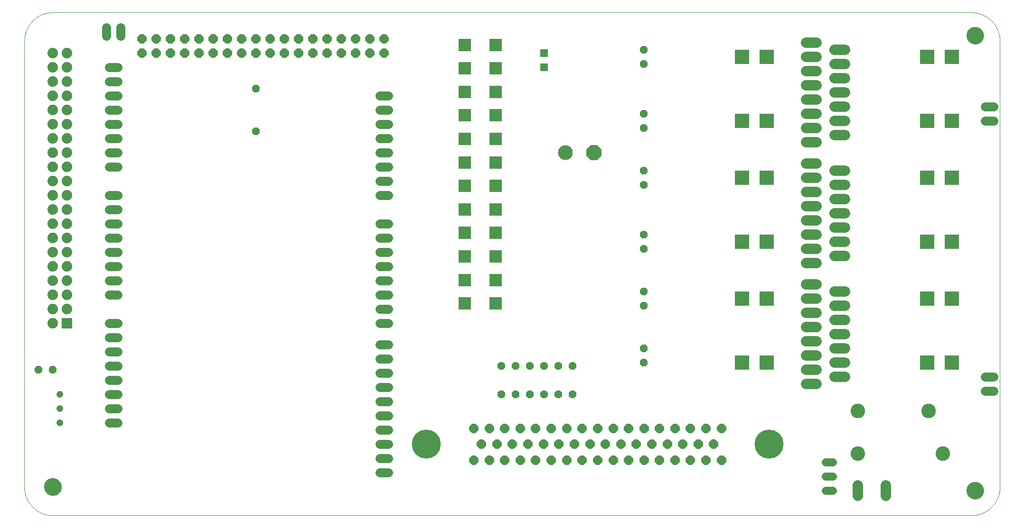
<source format=gbs>
G04 EAGLE Gerber RS-274X export*
G75*
%MOMM*%
%FSLAX34Y34*%
%LPD*%
%INBottom Soldermask*%
%IPPOS*%
%AMOC8*
5,1,8,0,0,1.08239X$1,22.5*%
G01*
%ADD10C,0.000000*%
%ADD11C,2.641600*%
%ADD12P,2.859241X8X22.500000*%
%ADD13P,1.539592X8X292.500000*%
%ADD14P,1.759533X8X22.500000*%
%ADD15C,5.181600*%
%ADD16C,1.892300*%
%ADD17C,1.625600*%
%ADD18P,1.759533X8X202.500000*%
%ADD19C,1.901600*%
%ADD20R,2.501600X2.501600*%
%ADD21P,1.539592X8X112.500000*%
%ADD22R,1.879600X1.879600*%
%ADD23C,1.879600*%
%ADD24C,2.601600*%
%ADD25C,1.422400*%
%ADD26C,3.101600*%
%ADD27C,3.401600*%
%ADD28R,2.201600X2.201600*%
%ADD29R,1.371600X1.371600*%
%ADD30C,1.219200*%
%ADD31P,1.539592X8X22.500000*%


D10*
X1688900Y898400D02*
X50800Y898400D01*
X49572Y898385D01*
X48346Y898341D01*
X47120Y898267D01*
X45897Y898163D01*
X44677Y898030D01*
X43460Y897867D01*
X42247Y897675D01*
X41040Y897454D01*
X39838Y897203D01*
X38643Y896924D01*
X37454Y896616D01*
X36274Y896279D01*
X35102Y895914D01*
X33939Y895520D01*
X32786Y895099D01*
X31644Y894650D01*
X30512Y894173D01*
X29393Y893669D01*
X28286Y893138D01*
X27192Y892581D01*
X26112Y891998D01*
X25046Y891388D01*
X23996Y890753D01*
X22961Y890093D01*
X21942Y889408D01*
X20941Y888698D01*
X19956Y887965D01*
X18990Y887207D01*
X18042Y886427D01*
X17113Y885624D01*
X16204Y884799D01*
X15316Y883952D01*
X14448Y883084D01*
X13601Y882196D01*
X12776Y881287D01*
X11973Y880358D01*
X11193Y879410D01*
X10435Y878444D01*
X9702Y877459D01*
X8992Y876458D01*
X8307Y875439D01*
X7647Y874404D01*
X7012Y873354D01*
X6402Y872288D01*
X5819Y871208D01*
X5262Y870114D01*
X4731Y869007D01*
X4227Y867888D01*
X3750Y866756D01*
X3301Y865614D01*
X2880Y864461D01*
X2486Y863298D01*
X2121Y862126D01*
X1784Y860946D01*
X1476Y859757D01*
X1197Y858562D01*
X946Y857360D01*
X725Y856153D01*
X533Y854940D01*
X370Y853723D01*
X237Y852503D01*
X133Y851280D01*
X59Y850054D01*
X15Y848828D01*
X0Y847600D01*
X0Y50800D01*
X15Y49572D01*
X59Y48346D01*
X133Y47120D01*
X237Y45897D01*
X370Y44677D01*
X533Y43460D01*
X725Y42247D01*
X946Y41040D01*
X1197Y39838D01*
X1476Y38643D01*
X1784Y37454D01*
X2121Y36274D01*
X2486Y35102D01*
X2880Y33939D01*
X3301Y32786D01*
X3750Y31644D01*
X4227Y30512D01*
X4731Y29393D01*
X5262Y28286D01*
X5819Y27192D01*
X6402Y26112D01*
X7012Y25046D01*
X7647Y23996D01*
X8307Y22961D01*
X8992Y21942D01*
X9702Y20941D01*
X10435Y19956D01*
X11193Y18990D01*
X11973Y18042D01*
X12776Y17113D01*
X13601Y16204D01*
X14448Y15316D01*
X15316Y14448D01*
X16204Y13601D01*
X17113Y12776D01*
X18042Y11973D01*
X18990Y11193D01*
X19956Y10435D01*
X20941Y9702D01*
X21942Y8992D01*
X22961Y8307D01*
X23996Y7647D01*
X25046Y7012D01*
X26112Y6402D01*
X27192Y5819D01*
X28286Y5262D01*
X29393Y4731D01*
X30512Y4227D01*
X31644Y3750D01*
X32786Y3301D01*
X33939Y2880D01*
X35102Y2486D01*
X36274Y2121D01*
X37454Y1784D01*
X38643Y1476D01*
X39838Y1197D01*
X41040Y946D01*
X42247Y725D01*
X43460Y533D01*
X44677Y370D01*
X45897Y237D01*
X47120Y133D01*
X48346Y59D01*
X49572Y15D01*
X50800Y0D01*
X1688900Y0D01*
X1690128Y15D01*
X1691354Y59D01*
X1692580Y133D01*
X1693803Y237D01*
X1695023Y370D01*
X1696240Y533D01*
X1697453Y725D01*
X1698660Y946D01*
X1699862Y1197D01*
X1701057Y1476D01*
X1702246Y1784D01*
X1703426Y2121D01*
X1704598Y2486D01*
X1705761Y2880D01*
X1706914Y3301D01*
X1708056Y3750D01*
X1709188Y4227D01*
X1710307Y4731D01*
X1711414Y5262D01*
X1712508Y5819D01*
X1713588Y6402D01*
X1714654Y7012D01*
X1715704Y7647D01*
X1716739Y8307D01*
X1717758Y8992D01*
X1718759Y9702D01*
X1719744Y10435D01*
X1720710Y11193D01*
X1721658Y11973D01*
X1722587Y12776D01*
X1723496Y13601D01*
X1724384Y14448D01*
X1725252Y15316D01*
X1726099Y16204D01*
X1726924Y17113D01*
X1727727Y18042D01*
X1728507Y18990D01*
X1729265Y19956D01*
X1729998Y20941D01*
X1730708Y21942D01*
X1731393Y22961D01*
X1732053Y23996D01*
X1732688Y25046D01*
X1733298Y26112D01*
X1733881Y27192D01*
X1734438Y28286D01*
X1734969Y29393D01*
X1735473Y30512D01*
X1735950Y31644D01*
X1736399Y32786D01*
X1736820Y33939D01*
X1737214Y35102D01*
X1737579Y36274D01*
X1737916Y37454D01*
X1738224Y38643D01*
X1738503Y39838D01*
X1738754Y41040D01*
X1738975Y42247D01*
X1739167Y43460D01*
X1739330Y44677D01*
X1739463Y45897D01*
X1739567Y47120D01*
X1739641Y48346D01*
X1739685Y49572D01*
X1739700Y50800D01*
X1739700Y847600D01*
X1739685Y848828D01*
X1739641Y850054D01*
X1739567Y851280D01*
X1739463Y852503D01*
X1739330Y853723D01*
X1739167Y854940D01*
X1738975Y856153D01*
X1738754Y857360D01*
X1738503Y858562D01*
X1738224Y859757D01*
X1737916Y860946D01*
X1737579Y862126D01*
X1737214Y863298D01*
X1736820Y864461D01*
X1736399Y865614D01*
X1735950Y866756D01*
X1735473Y867888D01*
X1734969Y869007D01*
X1734438Y870114D01*
X1733881Y871208D01*
X1733298Y872288D01*
X1732688Y873354D01*
X1732053Y874404D01*
X1731393Y875439D01*
X1730708Y876458D01*
X1729998Y877459D01*
X1729265Y878444D01*
X1728507Y879410D01*
X1727727Y880358D01*
X1726924Y881287D01*
X1726099Y882196D01*
X1725252Y883084D01*
X1724384Y883952D01*
X1723496Y884799D01*
X1722587Y885624D01*
X1721658Y886427D01*
X1720710Y887207D01*
X1719744Y887965D01*
X1718759Y888698D01*
X1717758Y889408D01*
X1716739Y890093D01*
X1715704Y890753D01*
X1714654Y891388D01*
X1713588Y891998D01*
X1712508Y892581D01*
X1711414Y893138D01*
X1710307Y893669D01*
X1709188Y894173D01*
X1708056Y894650D01*
X1706914Y895099D01*
X1705761Y895520D01*
X1704598Y895914D01*
X1703426Y896279D01*
X1702246Y896616D01*
X1701057Y896924D01*
X1699862Y897203D01*
X1698660Y897454D01*
X1697453Y897675D01*
X1696240Y897867D01*
X1695023Y898030D01*
X1693803Y898163D01*
X1692580Y898267D01*
X1691354Y898341D01*
X1690128Y898385D01*
X1688900Y898400D01*
D11*
X965200Y647700D03*
D12*
X1016000Y647700D03*
D13*
X977900Y266700D03*
X977900Y215900D03*
X952500Y266700D03*
X952500Y215900D03*
X927100Y266700D03*
X927100Y215900D03*
X876300Y266700D03*
X876300Y215900D03*
X901700Y266700D03*
X901700Y215900D03*
X850900Y266700D03*
X850900Y215900D03*
D14*
X801624Y98552D03*
X829056Y98552D03*
X856742Y98552D03*
X884428Y98552D03*
X911860Y98552D03*
X939546Y98552D03*
X967232Y98552D03*
X994664Y98552D03*
X1022350Y98552D03*
X1050036Y98552D03*
X1077468Y98552D03*
X1105154Y98552D03*
X815340Y127000D03*
X843026Y127000D03*
X870458Y127000D03*
X898144Y127000D03*
X925830Y127000D03*
X953262Y127000D03*
X980948Y127000D03*
X1008634Y127000D03*
X1036066Y127000D03*
X1063752Y127000D03*
X1091438Y127000D03*
X1132840Y98552D03*
X1160272Y98552D03*
X1187958Y98552D03*
X1215644Y98552D03*
X1118870Y127000D03*
X1146556Y127000D03*
X1174242Y127000D03*
X1201674Y127000D03*
X1243076Y98552D03*
X1229360Y127000D03*
X801624Y155448D03*
X829056Y155448D03*
X856742Y155448D03*
X884428Y155448D03*
X911860Y155448D03*
X939546Y155448D03*
X967232Y155448D03*
X994664Y155448D03*
X1022350Y155448D03*
X1050036Y155448D03*
X1077468Y155448D03*
X1105154Y155448D03*
X1132840Y155448D03*
X1160272Y155448D03*
X1187958Y155448D03*
X1215644Y155448D03*
X1243076Y155448D03*
D15*
X1327912Y127000D03*
X716788Y127000D03*
D16*
X1536300Y53404D02*
X1536300Y35497D01*
X1486300Y35497D02*
X1486300Y53404D01*
D17*
X166370Y215900D02*
X151130Y215900D01*
X151130Y241300D02*
X166370Y241300D01*
X166370Y266700D02*
X151130Y266700D01*
X151130Y292100D02*
X166370Y292100D01*
X166370Y317500D02*
X151130Y317500D01*
X151130Y342900D02*
X166370Y342900D01*
X166370Y393700D02*
X151130Y393700D01*
X151130Y419100D02*
X166370Y419100D01*
X166370Y444500D02*
X151130Y444500D01*
X151130Y469900D02*
X166370Y469900D01*
X166370Y495300D02*
X151130Y495300D01*
X151130Y520700D02*
X166370Y520700D01*
X166370Y546100D02*
X151130Y546100D01*
X151130Y571500D02*
X166370Y571500D01*
X166370Y622300D02*
X151130Y622300D01*
X151130Y647700D02*
X166370Y647700D01*
X166370Y673100D02*
X151130Y673100D01*
X151130Y698500D02*
X166370Y698500D01*
X166370Y723900D02*
X151130Y723900D01*
X151130Y749300D02*
X166370Y749300D01*
X166370Y774700D02*
X151130Y774700D01*
X151130Y800100D02*
X166370Y800100D01*
X633730Y749300D02*
X648970Y749300D01*
X648970Y723900D02*
X633730Y723900D01*
X633730Y698500D02*
X648970Y698500D01*
X648970Y673100D02*
X633730Y673100D01*
X633730Y647700D02*
X648970Y647700D01*
X648970Y622300D02*
X633730Y622300D01*
X633730Y596900D02*
X648970Y596900D01*
X648970Y571500D02*
X633730Y571500D01*
X633730Y520700D02*
X648970Y520700D01*
X648970Y495300D02*
X633730Y495300D01*
X633730Y469900D02*
X648970Y469900D01*
X648970Y444500D02*
X633730Y444500D01*
X633730Y419100D02*
X648970Y419100D01*
X648970Y393700D02*
X633730Y393700D01*
X633730Y368300D02*
X648970Y368300D01*
X648970Y342900D02*
X633730Y342900D01*
X633730Y304800D02*
X648970Y304800D01*
X648970Y279400D02*
X633730Y279400D01*
X633730Y254000D02*
X648970Y254000D01*
X648970Y228600D02*
X633730Y228600D01*
X633730Y203200D02*
X648970Y203200D01*
X648970Y177800D02*
X633730Y177800D01*
X633730Y152400D02*
X648970Y152400D01*
X648970Y127000D02*
X633730Y127000D01*
D18*
X641350Y825500D03*
X641350Y850900D03*
X615950Y825500D03*
X615950Y850900D03*
X590550Y825500D03*
X590550Y850900D03*
X565150Y825500D03*
X565150Y850900D03*
X539750Y825500D03*
X539750Y850900D03*
X514350Y825500D03*
X514350Y850900D03*
X488950Y825500D03*
X488950Y850900D03*
X463550Y825500D03*
X463550Y850900D03*
X438150Y825500D03*
X438150Y850900D03*
X412750Y825500D03*
X412750Y850900D03*
X387350Y825500D03*
X387350Y850900D03*
X361950Y825500D03*
X361950Y850900D03*
X336550Y825500D03*
X336550Y850900D03*
X311150Y825500D03*
X311150Y850900D03*
X285750Y825500D03*
X285750Y850900D03*
X260350Y825500D03*
X260350Y850900D03*
X234950Y825500D03*
X234950Y850900D03*
X209550Y825500D03*
X209550Y850900D03*
D17*
X633730Y101600D02*
X648970Y101600D01*
X648970Y76200D02*
X633730Y76200D01*
X166370Y165100D02*
X151130Y165100D01*
X151130Y190500D02*
X166370Y190500D01*
D19*
X1445150Y539750D02*
X1463150Y539750D01*
X1412350Y527050D02*
X1394350Y527050D01*
X1445150Y514350D02*
X1463150Y514350D01*
X1412350Y501650D02*
X1394350Y501650D01*
X1445150Y488950D02*
X1463150Y488950D01*
X1412350Y476250D02*
X1394350Y476250D01*
X1394350Y552450D02*
X1412350Y552450D01*
X1445150Y565150D02*
X1463150Y565150D01*
X1412350Y577850D02*
X1394350Y577850D01*
X1445150Y590550D02*
X1463150Y590550D01*
X1412350Y603250D02*
X1394350Y603250D01*
X1445150Y463550D02*
X1463150Y463550D01*
X1412350Y450850D02*
X1394350Y450850D01*
X1445150Y615950D02*
X1463150Y615950D01*
X1412350Y628650D02*
X1394350Y628650D01*
D20*
X1609950Y603250D03*
X1653950Y603250D03*
X1323750Y603250D03*
X1279750Y603250D03*
X1323750Y488950D03*
X1279750Y488950D03*
X1609950Y488950D03*
X1653950Y488950D03*
D13*
X1104900Y615950D03*
X1104900Y590550D03*
D21*
X1104900Y476250D03*
X1104900Y501650D03*
D19*
X1445150Y755650D02*
X1463150Y755650D01*
X1412350Y742950D02*
X1394350Y742950D01*
X1445150Y730250D02*
X1463150Y730250D01*
X1412350Y717550D02*
X1394350Y717550D01*
X1445150Y704850D02*
X1463150Y704850D01*
X1412350Y692150D02*
X1394350Y692150D01*
X1394350Y768350D02*
X1412350Y768350D01*
X1445150Y781050D02*
X1463150Y781050D01*
X1412350Y793750D02*
X1394350Y793750D01*
X1445150Y806450D02*
X1463150Y806450D01*
X1412350Y819150D02*
X1394350Y819150D01*
X1445150Y679450D02*
X1463150Y679450D01*
X1412350Y666750D02*
X1394350Y666750D01*
X1445150Y831850D02*
X1463150Y831850D01*
X1412350Y844550D02*
X1394350Y844550D01*
D20*
X1609950Y819150D03*
X1653950Y819150D03*
X1323750Y819150D03*
X1279750Y819150D03*
X1323750Y704850D03*
X1279750Y704850D03*
X1609950Y704850D03*
X1653950Y704850D03*
D13*
X1104900Y831850D03*
X1104900Y806450D03*
D21*
X1104900Y692150D03*
X1104900Y717550D03*
D19*
X1445150Y323850D02*
X1463150Y323850D01*
X1412350Y311150D02*
X1394350Y311150D01*
X1445150Y298450D02*
X1463150Y298450D01*
X1412350Y285750D02*
X1394350Y285750D01*
X1445150Y273050D02*
X1463150Y273050D01*
X1412350Y260350D02*
X1394350Y260350D01*
X1394350Y336550D02*
X1412350Y336550D01*
X1445150Y349250D02*
X1463150Y349250D01*
X1412350Y361950D02*
X1394350Y361950D01*
X1445150Y374650D02*
X1463150Y374650D01*
X1412350Y387350D02*
X1394350Y387350D01*
X1445150Y247650D02*
X1463150Y247650D01*
X1412350Y234950D02*
X1394350Y234950D01*
X1445150Y400050D02*
X1463150Y400050D01*
X1412350Y412750D02*
X1394350Y412750D01*
D20*
X1609950Y387350D03*
X1653950Y387350D03*
X1323750Y387350D03*
X1279750Y387350D03*
X1323750Y273050D03*
X1279750Y273050D03*
X1609950Y273050D03*
X1653950Y273050D03*
D13*
X1104900Y400050D03*
X1104900Y374650D03*
D21*
X1104900Y273050D03*
X1104900Y298450D03*
D22*
X76200Y342900D03*
D23*
X50800Y342900D03*
X76200Y368300D03*
X50800Y368300D03*
X76200Y393700D03*
X50800Y393700D03*
X76200Y419100D03*
X50800Y419100D03*
X76200Y444500D03*
X50800Y444500D03*
X76200Y469900D03*
X50800Y469900D03*
X76200Y495300D03*
X50800Y495300D03*
X76200Y520700D03*
X50800Y520700D03*
X76200Y546100D03*
X50800Y546100D03*
X76200Y571500D03*
X50800Y571500D03*
X76200Y596900D03*
X50800Y596900D03*
X76200Y622300D03*
X50800Y622300D03*
X76200Y647700D03*
X50800Y647700D03*
X76200Y673100D03*
X50800Y673100D03*
X76200Y698500D03*
X50800Y698500D03*
X76200Y723900D03*
X50800Y723900D03*
X76200Y749300D03*
X50800Y749300D03*
X76200Y774700D03*
X50800Y774700D03*
X76200Y800100D03*
X50800Y800100D03*
X76200Y825500D03*
X50800Y825500D03*
D24*
X1637600Y110790D03*
X1612400Y186390D03*
X1486800Y186390D03*
X1486800Y110790D03*
D25*
X1441704Y44450D02*
X1428496Y44450D01*
X1428496Y95250D02*
X1441704Y95250D01*
X1441704Y69850D02*
X1428496Y69850D01*
D13*
X412750Y762000D03*
X412750Y685800D03*
D10*
X1680450Y857250D02*
X1680455Y857618D01*
X1680468Y857986D01*
X1680491Y858353D01*
X1680522Y858720D01*
X1680563Y859086D01*
X1680612Y859451D01*
X1680671Y859814D01*
X1680738Y860176D01*
X1680814Y860537D01*
X1680900Y860895D01*
X1680993Y861251D01*
X1681096Y861604D01*
X1681207Y861955D01*
X1681327Y862303D01*
X1681455Y862648D01*
X1681592Y862990D01*
X1681737Y863329D01*
X1681890Y863663D01*
X1682052Y863994D01*
X1682221Y864321D01*
X1682399Y864643D01*
X1682584Y864962D01*
X1682777Y865275D01*
X1682978Y865584D01*
X1683186Y865887D01*
X1683402Y866185D01*
X1683625Y866478D01*
X1683855Y866766D01*
X1684092Y867048D01*
X1684336Y867323D01*
X1684586Y867593D01*
X1684843Y867857D01*
X1685107Y868114D01*
X1685377Y868364D01*
X1685652Y868608D01*
X1685934Y868845D01*
X1686222Y869075D01*
X1686515Y869298D01*
X1686813Y869514D01*
X1687116Y869722D01*
X1687425Y869923D01*
X1687738Y870116D01*
X1688057Y870301D01*
X1688379Y870479D01*
X1688706Y870648D01*
X1689037Y870810D01*
X1689371Y870963D01*
X1689710Y871108D01*
X1690052Y871245D01*
X1690397Y871373D01*
X1690745Y871493D01*
X1691096Y871604D01*
X1691449Y871707D01*
X1691805Y871800D01*
X1692163Y871886D01*
X1692524Y871962D01*
X1692886Y872029D01*
X1693249Y872088D01*
X1693614Y872137D01*
X1693980Y872178D01*
X1694347Y872209D01*
X1694714Y872232D01*
X1695082Y872245D01*
X1695450Y872250D01*
X1695818Y872245D01*
X1696186Y872232D01*
X1696553Y872209D01*
X1696920Y872178D01*
X1697286Y872137D01*
X1697651Y872088D01*
X1698014Y872029D01*
X1698376Y871962D01*
X1698737Y871886D01*
X1699095Y871800D01*
X1699451Y871707D01*
X1699804Y871604D01*
X1700155Y871493D01*
X1700503Y871373D01*
X1700848Y871245D01*
X1701190Y871108D01*
X1701529Y870963D01*
X1701863Y870810D01*
X1702194Y870648D01*
X1702521Y870479D01*
X1702843Y870301D01*
X1703162Y870116D01*
X1703475Y869923D01*
X1703784Y869722D01*
X1704087Y869514D01*
X1704385Y869298D01*
X1704678Y869075D01*
X1704966Y868845D01*
X1705248Y868608D01*
X1705523Y868364D01*
X1705793Y868114D01*
X1706057Y867857D01*
X1706314Y867593D01*
X1706564Y867323D01*
X1706808Y867048D01*
X1707045Y866766D01*
X1707275Y866478D01*
X1707498Y866185D01*
X1707714Y865887D01*
X1707922Y865584D01*
X1708123Y865275D01*
X1708316Y864962D01*
X1708501Y864643D01*
X1708679Y864321D01*
X1708848Y863994D01*
X1709010Y863663D01*
X1709163Y863329D01*
X1709308Y862990D01*
X1709445Y862648D01*
X1709573Y862303D01*
X1709693Y861955D01*
X1709804Y861604D01*
X1709907Y861251D01*
X1710000Y860895D01*
X1710086Y860537D01*
X1710162Y860176D01*
X1710229Y859814D01*
X1710288Y859451D01*
X1710337Y859086D01*
X1710378Y858720D01*
X1710409Y858353D01*
X1710432Y857986D01*
X1710445Y857618D01*
X1710450Y857250D01*
X1710445Y856882D01*
X1710432Y856514D01*
X1710409Y856147D01*
X1710378Y855780D01*
X1710337Y855414D01*
X1710288Y855049D01*
X1710229Y854686D01*
X1710162Y854324D01*
X1710086Y853963D01*
X1710000Y853605D01*
X1709907Y853249D01*
X1709804Y852896D01*
X1709693Y852545D01*
X1709573Y852197D01*
X1709445Y851852D01*
X1709308Y851510D01*
X1709163Y851171D01*
X1709010Y850837D01*
X1708848Y850506D01*
X1708679Y850179D01*
X1708501Y849857D01*
X1708316Y849538D01*
X1708123Y849225D01*
X1707922Y848916D01*
X1707714Y848613D01*
X1707498Y848315D01*
X1707275Y848022D01*
X1707045Y847734D01*
X1706808Y847452D01*
X1706564Y847177D01*
X1706314Y846907D01*
X1706057Y846643D01*
X1705793Y846386D01*
X1705523Y846136D01*
X1705248Y845892D01*
X1704966Y845655D01*
X1704678Y845425D01*
X1704385Y845202D01*
X1704087Y844986D01*
X1703784Y844778D01*
X1703475Y844577D01*
X1703162Y844384D01*
X1702843Y844199D01*
X1702521Y844021D01*
X1702194Y843852D01*
X1701863Y843690D01*
X1701529Y843537D01*
X1701190Y843392D01*
X1700848Y843255D01*
X1700503Y843127D01*
X1700155Y843007D01*
X1699804Y842896D01*
X1699451Y842793D01*
X1699095Y842700D01*
X1698737Y842614D01*
X1698376Y842538D01*
X1698014Y842471D01*
X1697651Y842412D01*
X1697286Y842363D01*
X1696920Y842322D01*
X1696553Y842291D01*
X1696186Y842268D01*
X1695818Y842255D01*
X1695450Y842250D01*
X1695082Y842255D01*
X1694714Y842268D01*
X1694347Y842291D01*
X1693980Y842322D01*
X1693614Y842363D01*
X1693249Y842412D01*
X1692886Y842471D01*
X1692524Y842538D01*
X1692163Y842614D01*
X1691805Y842700D01*
X1691449Y842793D01*
X1691096Y842896D01*
X1690745Y843007D01*
X1690397Y843127D01*
X1690052Y843255D01*
X1689710Y843392D01*
X1689371Y843537D01*
X1689037Y843690D01*
X1688706Y843852D01*
X1688379Y844021D01*
X1688057Y844199D01*
X1687738Y844384D01*
X1687425Y844577D01*
X1687116Y844778D01*
X1686813Y844986D01*
X1686515Y845202D01*
X1686222Y845425D01*
X1685934Y845655D01*
X1685652Y845892D01*
X1685377Y846136D01*
X1685107Y846386D01*
X1684843Y846643D01*
X1684586Y846907D01*
X1684336Y847177D01*
X1684092Y847452D01*
X1683855Y847734D01*
X1683625Y848022D01*
X1683402Y848315D01*
X1683186Y848613D01*
X1682978Y848916D01*
X1682777Y849225D01*
X1682584Y849538D01*
X1682399Y849857D01*
X1682221Y850179D01*
X1682052Y850506D01*
X1681890Y850837D01*
X1681737Y851171D01*
X1681592Y851510D01*
X1681455Y851852D01*
X1681327Y852197D01*
X1681207Y852545D01*
X1681096Y852896D01*
X1680993Y853249D01*
X1680900Y853605D01*
X1680814Y853963D01*
X1680738Y854324D01*
X1680671Y854686D01*
X1680612Y855049D01*
X1680563Y855414D01*
X1680522Y855780D01*
X1680491Y856147D01*
X1680468Y856514D01*
X1680455Y856882D01*
X1680450Y857250D01*
D26*
X1695450Y857250D03*
D10*
X1680450Y44450D02*
X1680455Y44818D01*
X1680468Y45186D01*
X1680491Y45553D01*
X1680522Y45920D01*
X1680563Y46286D01*
X1680612Y46651D01*
X1680671Y47014D01*
X1680738Y47376D01*
X1680814Y47737D01*
X1680900Y48095D01*
X1680993Y48451D01*
X1681096Y48804D01*
X1681207Y49155D01*
X1681327Y49503D01*
X1681455Y49848D01*
X1681592Y50190D01*
X1681737Y50529D01*
X1681890Y50863D01*
X1682052Y51194D01*
X1682221Y51521D01*
X1682399Y51843D01*
X1682584Y52162D01*
X1682777Y52475D01*
X1682978Y52784D01*
X1683186Y53087D01*
X1683402Y53385D01*
X1683625Y53678D01*
X1683855Y53966D01*
X1684092Y54248D01*
X1684336Y54523D01*
X1684586Y54793D01*
X1684843Y55057D01*
X1685107Y55314D01*
X1685377Y55564D01*
X1685652Y55808D01*
X1685934Y56045D01*
X1686222Y56275D01*
X1686515Y56498D01*
X1686813Y56714D01*
X1687116Y56922D01*
X1687425Y57123D01*
X1687738Y57316D01*
X1688057Y57501D01*
X1688379Y57679D01*
X1688706Y57848D01*
X1689037Y58010D01*
X1689371Y58163D01*
X1689710Y58308D01*
X1690052Y58445D01*
X1690397Y58573D01*
X1690745Y58693D01*
X1691096Y58804D01*
X1691449Y58907D01*
X1691805Y59000D01*
X1692163Y59086D01*
X1692524Y59162D01*
X1692886Y59229D01*
X1693249Y59288D01*
X1693614Y59337D01*
X1693980Y59378D01*
X1694347Y59409D01*
X1694714Y59432D01*
X1695082Y59445D01*
X1695450Y59450D01*
X1695818Y59445D01*
X1696186Y59432D01*
X1696553Y59409D01*
X1696920Y59378D01*
X1697286Y59337D01*
X1697651Y59288D01*
X1698014Y59229D01*
X1698376Y59162D01*
X1698737Y59086D01*
X1699095Y59000D01*
X1699451Y58907D01*
X1699804Y58804D01*
X1700155Y58693D01*
X1700503Y58573D01*
X1700848Y58445D01*
X1701190Y58308D01*
X1701529Y58163D01*
X1701863Y58010D01*
X1702194Y57848D01*
X1702521Y57679D01*
X1702843Y57501D01*
X1703162Y57316D01*
X1703475Y57123D01*
X1703784Y56922D01*
X1704087Y56714D01*
X1704385Y56498D01*
X1704678Y56275D01*
X1704966Y56045D01*
X1705248Y55808D01*
X1705523Y55564D01*
X1705793Y55314D01*
X1706057Y55057D01*
X1706314Y54793D01*
X1706564Y54523D01*
X1706808Y54248D01*
X1707045Y53966D01*
X1707275Y53678D01*
X1707498Y53385D01*
X1707714Y53087D01*
X1707922Y52784D01*
X1708123Y52475D01*
X1708316Y52162D01*
X1708501Y51843D01*
X1708679Y51521D01*
X1708848Y51194D01*
X1709010Y50863D01*
X1709163Y50529D01*
X1709308Y50190D01*
X1709445Y49848D01*
X1709573Y49503D01*
X1709693Y49155D01*
X1709804Y48804D01*
X1709907Y48451D01*
X1710000Y48095D01*
X1710086Y47737D01*
X1710162Y47376D01*
X1710229Y47014D01*
X1710288Y46651D01*
X1710337Y46286D01*
X1710378Y45920D01*
X1710409Y45553D01*
X1710432Y45186D01*
X1710445Y44818D01*
X1710450Y44450D01*
X1710445Y44082D01*
X1710432Y43714D01*
X1710409Y43347D01*
X1710378Y42980D01*
X1710337Y42614D01*
X1710288Y42249D01*
X1710229Y41886D01*
X1710162Y41524D01*
X1710086Y41163D01*
X1710000Y40805D01*
X1709907Y40449D01*
X1709804Y40096D01*
X1709693Y39745D01*
X1709573Y39397D01*
X1709445Y39052D01*
X1709308Y38710D01*
X1709163Y38371D01*
X1709010Y38037D01*
X1708848Y37706D01*
X1708679Y37379D01*
X1708501Y37057D01*
X1708316Y36738D01*
X1708123Y36425D01*
X1707922Y36116D01*
X1707714Y35813D01*
X1707498Y35515D01*
X1707275Y35222D01*
X1707045Y34934D01*
X1706808Y34652D01*
X1706564Y34377D01*
X1706314Y34107D01*
X1706057Y33843D01*
X1705793Y33586D01*
X1705523Y33336D01*
X1705248Y33092D01*
X1704966Y32855D01*
X1704678Y32625D01*
X1704385Y32402D01*
X1704087Y32186D01*
X1703784Y31978D01*
X1703475Y31777D01*
X1703162Y31584D01*
X1702843Y31399D01*
X1702521Y31221D01*
X1702194Y31052D01*
X1701863Y30890D01*
X1701529Y30737D01*
X1701190Y30592D01*
X1700848Y30455D01*
X1700503Y30327D01*
X1700155Y30207D01*
X1699804Y30096D01*
X1699451Y29993D01*
X1699095Y29900D01*
X1698737Y29814D01*
X1698376Y29738D01*
X1698014Y29671D01*
X1697651Y29612D01*
X1697286Y29563D01*
X1696920Y29522D01*
X1696553Y29491D01*
X1696186Y29468D01*
X1695818Y29455D01*
X1695450Y29450D01*
X1695082Y29455D01*
X1694714Y29468D01*
X1694347Y29491D01*
X1693980Y29522D01*
X1693614Y29563D01*
X1693249Y29612D01*
X1692886Y29671D01*
X1692524Y29738D01*
X1692163Y29814D01*
X1691805Y29900D01*
X1691449Y29993D01*
X1691096Y30096D01*
X1690745Y30207D01*
X1690397Y30327D01*
X1690052Y30455D01*
X1689710Y30592D01*
X1689371Y30737D01*
X1689037Y30890D01*
X1688706Y31052D01*
X1688379Y31221D01*
X1688057Y31399D01*
X1687738Y31584D01*
X1687425Y31777D01*
X1687116Y31978D01*
X1686813Y32186D01*
X1686515Y32402D01*
X1686222Y32625D01*
X1685934Y32855D01*
X1685652Y33092D01*
X1685377Y33336D01*
X1685107Y33586D01*
X1684843Y33843D01*
X1684586Y34107D01*
X1684336Y34377D01*
X1684092Y34652D01*
X1683855Y34934D01*
X1683625Y35222D01*
X1683402Y35515D01*
X1683186Y35813D01*
X1682978Y36116D01*
X1682777Y36425D01*
X1682584Y36738D01*
X1682399Y37057D01*
X1682221Y37379D01*
X1682052Y37706D01*
X1681890Y38037D01*
X1681737Y38371D01*
X1681592Y38710D01*
X1681455Y39052D01*
X1681327Y39397D01*
X1681207Y39745D01*
X1681096Y40096D01*
X1680993Y40449D01*
X1680900Y40805D01*
X1680814Y41163D01*
X1680738Y41524D01*
X1680671Y41886D01*
X1680612Y42249D01*
X1680563Y42614D01*
X1680522Y42980D01*
X1680491Y43347D01*
X1680468Y43714D01*
X1680455Y44082D01*
X1680450Y44450D01*
D26*
X1695450Y44450D03*
D10*
X35800Y50800D02*
X35805Y51168D01*
X35818Y51536D01*
X35841Y51903D01*
X35872Y52270D01*
X35913Y52636D01*
X35962Y53001D01*
X36021Y53364D01*
X36088Y53726D01*
X36164Y54087D01*
X36250Y54445D01*
X36343Y54801D01*
X36446Y55154D01*
X36557Y55505D01*
X36677Y55853D01*
X36805Y56198D01*
X36942Y56540D01*
X37087Y56879D01*
X37240Y57213D01*
X37402Y57544D01*
X37571Y57871D01*
X37749Y58193D01*
X37934Y58512D01*
X38127Y58825D01*
X38328Y59134D01*
X38536Y59437D01*
X38752Y59735D01*
X38975Y60028D01*
X39205Y60316D01*
X39442Y60598D01*
X39686Y60873D01*
X39936Y61143D01*
X40193Y61407D01*
X40457Y61664D01*
X40727Y61914D01*
X41002Y62158D01*
X41284Y62395D01*
X41572Y62625D01*
X41865Y62848D01*
X42163Y63064D01*
X42466Y63272D01*
X42775Y63473D01*
X43088Y63666D01*
X43407Y63851D01*
X43729Y64029D01*
X44056Y64198D01*
X44387Y64360D01*
X44721Y64513D01*
X45060Y64658D01*
X45402Y64795D01*
X45747Y64923D01*
X46095Y65043D01*
X46446Y65154D01*
X46799Y65257D01*
X47155Y65350D01*
X47513Y65436D01*
X47874Y65512D01*
X48236Y65579D01*
X48599Y65638D01*
X48964Y65687D01*
X49330Y65728D01*
X49697Y65759D01*
X50064Y65782D01*
X50432Y65795D01*
X50800Y65800D01*
X51168Y65795D01*
X51536Y65782D01*
X51903Y65759D01*
X52270Y65728D01*
X52636Y65687D01*
X53001Y65638D01*
X53364Y65579D01*
X53726Y65512D01*
X54087Y65436D01*
X54445Y65350D01*
X54801Y65257D01*
X55154Y65154D01*
X55505Y65043D01*
X55853Y64923D01*
X56198Y64795D01*
X56540Y64658D01*
X56879Y64513D01*
X57213Y64360D01*
X57544Y64198D01*
X57871Y64029D01*
X58193Y63851D01*
X58512Y63666D01*
X58825Y63473D01*
X59134Y63272D01*
X59437Y63064D01*
X59735Y62848D01*
X60028Y62625D01*
X60316Y62395D01*
X60598Y62158D01*
X60873Y61914D01*
X61143Y61664D01*
X61407Y61407D01*
X61664Y61143D01*
X61914Y60873D01*
X62158Y60598D01*
X62395Y60316D01*
X62625Y60028D01*
X62848Y59735D01*
X63064Y59437D01*
X63272Y59134D01*
X63473Y58825D01*
X63666Y58512D01*
X63851Y58193D01*
X64029Y57871D01*
X64198Y57544D01*
X64360Y57213D01*
X64513Y56879D01*
X64658Y56540D01*
X64795Y56198D01*
X64923Y55853D01*
X65043Y55505D01*
X65154Y55154D01*
X65257Y54801D01*
X65350Y54445D01*
X65436Y54087D01*
X65512Y53726D01*
X65579Y53364D01*
X65638Y53001D01*
X65687Y52636D01*
X65728Y52270D01*
X65759Y51903D01*
X65782Y51536D01*
X65795Y51168D01*
X65800Y50800D01*
X65795Y50432D01*
X65782Y50064D01*
X65759Y49697D01*
X65728Y49330D01*
X65687Y48964D01*
X65638Y48599D01*
X65579Y48236D01*
X65512Y47874D01*
X65436Y47513D01*
X65350Y47155D01*
X65257Y46799D01*
X65154Y46446D01*
X65043Y46095D01*
X64923Y45747D01*
X64795Y45402D01*
X64658Y45060D01*
X64513Y44721D01*
X64360Y44387D01*
X64198Y44056D01*
X64029Y43729D01*
X63851Y43407D01*
X63666Y43088D01*
X63473Y42775D01*
X63272Y42466D01*
X63064Y42163D01*
X62848Y41865D01*
X62625Y41572D01*
X62395Y41284D01*
X62158Y41002D01*
X61914Y40727D01*
X61664Y40457D01*
X61407Y40193D01*
X61143Y39936D01*
X60873Y39686D01*
X60598Y39442D01*
X60316Y39205D01*
X60028Y38975D01*
X59735Y38752D01*
X59437Y38536D01*
X59134Y38328D01*
X58825Y38127D01*
X58512Y37934D01*
X58193Y37749D01*
X57871Y37571D01*
X57544Y37402D01*
X57213Y37240D01*
X56879Y37087D01*
X56540Y36942D01*
X56198Y36805D01*
X55853Y36677D01*
X55505Y36557D01*
X55154Y36446D01*
X54801Y36343D01*
X54445Y36250D01*
X54087Y36164D01*
X53726Y36088D01*
X53364Y36021D01*
X53001Y35962D01*
X52636Y35913D01*
X52270Y35872D01*
X51903Y35841D01*
X51536Y35818D01*
X51168Y35805D01*
X50800Y35800D01*
X50432Y35805D01*
X50064Y35818D01*
X49697Y35841D01*
X49330Y35872D01*
X48964Y35913D01*
X48599Y35962D01*
X48236Y36021D01*
X47874Y36088D01*
X47513Y36164D01*
X47155Y36250D01*
X46799Y36343D01*
X46446Y36446D01*
X46095Y36557D01*
X45747Y36677D01*
X45402Y36805D01*
X45060Y36942D01*
X44721Y37087D01*
X44387Y37240D01*
X44056Y37402D01*
X43729Y37571D01*
X43407Y37749D01*
X43088Y37934D01*
X42775Y38127D01*
X42466Y38328D01*
X42163Y38536D01*
X41865Y38752D01*
X41572Y38975D01*
X41284Y39205D01*
X41002Y39442D01*
X40727Y39686D01*
X40457Y39936D01*
X40193Y40193D01*
X39936Y40457D01*
X39686Y40727D01*
X39442Y41002D01*
X39205Y41284D01*
X38975Y41572D01*
X38752Y41865D01*
X38536Y42163D01*
X38328Y42466D01*
X38127Y42775D01*
X37934Y43088D01*
X37749Y43407D01*
X37571Y43729D01*
X37402Y44056D01*
X37240Y44387D01*
X37087Y44721D01*
X36942Y45060D01*
X36805Y45402D01*
X36677Y45747D01*
X36557Y46095D01*
X36446Y46446D01*
X36343Y46799D01*
X36250Y47155D01*
X36164Y47513D01*
X36088Y47874D01*
X36021Y48236D01*
X35962Y48599D01*
X35913Y48964D01*
X35872Y49330D01*
X35841Y49697D01*
X35818Y50064D01*
X35805Y50432D01*
X35800Y50800D01*
D26*
X50800Y50800D03*
D10*
X701050Y127000D02*
X701055Y127405D01*
X701070Y127810D01*
X701095Y128214D01*
X701129Y128617D01*
X701174Y129020D01*
X701229Y129421D01*
X701293Y129821D01*
X701367Y130219D01*
X701451Y130615D01*
X701544Y131009D01*
X701648Y131401D01*
X701760Y131790D01*
X701883Y132176D01*
X702015Y132559D01*
X702156Y132938D01*
X702306Y133314D01*
X702466Y133686D01*
X702634Y134055D01*
X702812Y134419D01*
X702998Y134778D01*
X703194Y135133D01*
X703397Y135483D01*
X703610Y135827D01*
X703831Y136167D01*
X704060Y136501D01*
X704297Y136829D01*
X704542Y137151D01*
X704795Y137467D01*
X705056Y137777D01*
X705324Y138081D01*
X705600Y138377D01*
X705883Y138667D01*
X706173Y138950D01*
X706469Y139226D01*
X706773Y139494D01*
X707083Y139755D01*
X707399Y140008D01*
X707721Y140253D01*
X708049Y140490D01*
X708383Y140719D01*
X708723Y140940D01*
X709067Y141153D01*
X709417Y141356D01*
X709772Y141552D01*
X710131Y141738D01*
X710495Y141916D01*
X710864Y142084D01*
X711236Y142244D01*
X711612Y142394D01*
X711991Y142535D01*
X712374Y142667D01*
X712760Y142790D01*
X713149Y142902D01*
X713541Y143006D01*
X713935Y143099D01*
X714331Y143183D01*
X714729Y143257D01*
X715129Y143321D01*
X715530Y143376D01*
X715933Y143421D01*
X716336Y143455D01*
X716740Y143480D01*
X717145Y143495D01*
X717550Y143500D01*
X717955Y143495D01*
X718360Y143480D01*
X718764Y143455D01*
X719167Y143421D01*
X719570Y143376D01*
X719971Y143321D01*
X720371Y143257D01*
X720769Y143183D01*
X721165Y143099D01*
X721559Y143006D01*
X721951Y142902D01*
X722340Y142790D01*
X722726Y142667D01*
X723109Y142535D01*
X723488Y142394D01*
X723864Y142244D01*
X724236Y142084D01*
X724605Y141916D01*
X724969Y141738D01*
X725328Y141552D01*
X725683Y141356D01*
X726033Y141153D01*
X726377Y140940D01*
X726717Y140719D01*
X727051Y140490D01*
X727379Y140253D01*
X727701Y140008D01*
X728017Y139755D01*
X728327Y139494D01*
X728631Y139226D01*
X728927Y138950D01*
X729217Y138667D01*
X729500Y138377D01*
X729776Y138081D01*
X730044Y137777D01*
X730305Y137467D01*
X730558Y137151D01*
X730803Y136829D01*
X731040Y136501D01*
X731269Y136167D01*
X731490Y135827D01*
X731703Y135483D01*
X731906Y135133D01*
X732102Y134778D01*
X732288Y134419D01*
X732466Y134055D01*
X732634Y133686D01*
X732794Y133314D01*
X732944Y132938D01*
X733085Y132559D01*
X733217Y132176D01*
X733340Y131790D01*
X733452Y131401D01*
X733556Y131009D01*
X733649Y130615D01*
X733733Y130219D01*
X733807Y129821D01*
X733871Y129421D01*
X733926Y129020D01*
X733971Y128617D01*
X734005Y128214D01*
X734030Y127810D01*
X734045Y127405D01*
X734050Y127000D01*
X734045Y126595D01*
X734030Y126190D01*
X734005Y125786D01*
X733971Y125383D01*
X733926Y124980D01*
X733871Y124579D01*
X733807Y124179D01*
X733733Y123781D01*
X733649Y123385D01*
X733556Y122991D01*
X733452Y122599D01*
X733340Y122210D01*
X733217Y121824D01*
X733085Y121441D01*
X732944Y121062D01*
X732794Y120686D01*
X732634Y120314D01*
X732466Y119945D01*
X732288Y119581D01*
X732102Y119222D01*
X731906Y118867D01*
X731703Y118517D01*
X731490Y118173D01*
X731269Y117833D01*
X731040Y117499D01*
X730803Y117171D01*
X730558Y116849D01*
X730305Y116533D01*
X730044Y116223D01*
X729776Y115919D01*
X729500Y115623D01*
X729217Y115333D01*
X728927Y115050D01*
X728631Y114774D01*
X728327Y114506D01*
X728017Y114245D01*
X727701Y113992D01*
X727379Y113747D01*
X727051Y113510D01*
X726717Y113281D01*
X726377Y113060D01*
X726033Y112847D01*
X725683Y112644D01*
X725328Y112448D01*
X724969Y112262D01*
X724605Y112084D01*
X724236Y111916D01*
X723864Y111756D01*
X723488Y111606D01*
X723109Y111465D01*
X722726Y111333D01*
X722340Y111210D01*
X721951Y111098D01*
X721559Y110994D01*
X721165Y110901D01*
X720769Y110817D01*
X720371Y110743D01*
X719971Y110679D01*
X719570Y110624D01*
X719167Y110579D01*
X718764Y110545D01*
X718360Y110520D01*
X717955Y110505D01*
X717550Y110500D01*
X717145Y110505D01*
X716740Y110520D01*
X716336Y110545D01*
X715933Y110579D01*
X715530Y110624D01*
X715129Y110679D01*
X714729Y110743D01*
X714331Y110817D01*
X713935Y110901D01*
X713541Y110994D01*
X713149Y111098D01*
X712760Y111210D01*
X712374Y111333D01*
X711991Y111465D01*
X711612Y111606D01*
X711236Y111756D01*
X710864Y111916D01*
X710495Y112084D01*
X710131Y112262D01*
X709772Y112448D01*
X709417Y112644D01*
X709067Y112847D01*
X708723Y113060D01*
X708383Y113281D01*
X708049Y113510D01*
X707721Y113747D01*
X707399Y113992D01*
X707083Y114245D01*
X706773Y114506D01*
X706469Y114774D01*
X706173Y115050D01*
X705883Y115333D01*
X705600Y115623D01*
X705324Y115919D01*
X705056Y116223D01*
X704795Y116533D01*
X704542Y116849D01*
X704297Y117171D01*
X704060Y117499D01*
X703831Y117833D01*
X703610Y118173D01*
X703397Y118517D01*
X703194Y118867D01*
X702998Y119222D01*
X702812Y119581D01*
X702634Y119945D01*
X702466Y120314D01*
X702306Y120686D01*
X702156Y121062D01*
X702015Y121441D01*
X701883Y121824D01*
X701760Y122210D01*
X701648Y122599D01*
X701544Y122991D01*
X701451Y123385D01*
X701367Y123781D01*
X701293Y124179D01*
X701229Y124579D01*
X701174Y124980D01*
X701129Y125383D01*
X701095Y125786D01*
X701070Y126190D01*
X701055Y126595D01*
X701050Y127000D01*
D27*
X717550Y127000D03*
D10*
X1311920Y127000D02*
X1311925Y127405D01*
X1311940Y127810D01*
X1311965Y128214D01*
X1311999Y128617D01*
X1312044Y129020D01*
X1312099Y129421D01*
X1312163Y129821D01*
X1312237Y130219D01*
X1312321Y130615D01*
X1312414Y131009D01*
X1312518Y131401D01*
X1312630Y131790D01*
X1312753Y132176D01*
X1312885Y132559D01*
X1313026Y132938D01*
X1313176Y133314D01*
X1313336Y133686D01*
X1313504Y134055D01*
X1313682Y134419D01*
X1313868Y134778D01*
X1314064Y135133D01*
X1314267Y135483D01*
X1314480Y135827D01*
X1314701Y136167D01*
X1314930Y136501D01*
X1315167Y136829D01*
X1315412Y137151D01*
X1315665Y137467D01*
X1315926Y137777D01*
X1316194Y138081D01*
X1316470Y138377D01*
X1316753Y138667D01*
X1317043Y138950D01*
X1317339Y139226D01*
X1317643Y139494D01*
X1317953Y139755D01*
X1318269Y140008D01*
X1318591Y140253D01*
X1318919Y140490D01*
X1319253Y140719D01*
X1319593Y140940D01*
X1319937Y141153D01*
X1320287Y141356D01*
X1320642Y141552D01*
X1321001Y141738D01*
X1321365Y141916D01*
X1321734Y142084D01*
X1322106Y142244D01*
X1322482Y142394D01*
X1322861Y142535D01*
X1323244Y142667D01*
X1323630Y142790D01*
X1324019Y142902D01*
X1324411Y143006D01*
X1324805Y143099D01*
X1325201Y143183D01*
X1325599Y143257D01*
X1325999Y143321D01*
X1326400Y143376D01*
X1326803Y143421D01*
X1327206Y143455D01*
X1327610Y143480D01*
X1328015Y143495D01*
X1328420Y143500D01*
X1328825Y143495D01*
X1329230Y143480D01*
X1329634Y143455D01*
X1330037Y143421D01*
X1330440Y143376D01*
X1330841Y143321D01*
X1331241Y143257D01*
X1331639Y143183D01*
X1332035Y143099D01*
X1332429Y143006D01*
X1332821Y142902D01*
X1333210Y142790D01*
X1333596Y142667D01*
X1333979Y142535D01*
X1334358Y142394D01*
X1334734Y142244D01*
X1335106Y142084D01*
X1335475Y141916D01*
X1335839Y141738D01*
X1336198Y141552D01*
X1336553Y141356D01*
X1336903Y141153D01*
X1337247Y140940D01*
X1337587Y140719D01*
X1337921Y140490D01*
X1338249Y140253D01*
X1338571Y140008D01*
X1338887Y139755D01*
X1339197Y139494D01*
X1339501Y139226D01*
X1339797Y138950D01*
X1340087Y138667D01*
X1340370Y138377D01*
X1340646Y138081D01*
X1340914Y137777D01*
X1341175Y137467D01*
X1341428Y137151D01*
X1341673Y136829D01*
X1341910Y136501D01*
X1342139Y136167D01*
X1342360Y135827D01*
X1342573Y135483D01*
X1342776Y135133D01*
X1342972Y134778D01*
X1343158Y134419D01*
X1343336Y134055D01*
X1343504Y133686D01*
X1343664Y133314D01*
X1343814Y132938D01*
X1343955Y132559D01*
X1344087Y132176D01*
X1344210Y131790D01*
X1344322Y131401D01*
X1344426Y131009D01*
X1344519Y130615D01*
X1344603Y130219D01*
X1344677Y129821D01*
X1344741Y129421D01*
X1344796Y129020D01*
X1344841Y128617D01*
X1344875Y128214D01*
X1344900Y127810D01*
X1344915Y127405D01*
X1344920Y127000D01*
X1344915Y126595D01*
X1344900Y126190D01*
X1344875Y125786D01*
X1344841Y125383D01*
X1344796Y124980D01*
X1344741Y124579D01*
X1344677Y124179D01*
X1344603Y123781D01*
X1344519Y123385D01*
X1344426Y122991D01*
X1344322Y122599D01*
X1344210Y122210D01*
X1344087Y121824D01*
X1343955Y121441D01*
X1343814Y121062D01*
X1343664Y120686D01*
X1343504Y120314D01*
X1343336Y119945D01*
X1343158Y119581D01*
X1342972Y119222D01*
X1342776Y118867D01*
X1342573Y118517D01*
X1342360Y118173D01*
X1342139Y117833D01*
X1341910Y117499D01*
X1341673Y117171D01*
X1341428Y116849D01*
X1341175Y116533D01*
X1340914Y116223D01*
X1340646Y115919D01*
X1340370Y115623D01*
X1340087Y115333D01*
X1339797Y115050D01*
X1339501Y114774D01*
X1339197Y114506D01*
X1338887Y114245D01*
X1338571Y113992D01*
X1338249Y113747D01*
X1337921Y113510D01*
X1337587Y113281D01*
X1337247Y113060D01*
X1336903Y112847D01*
X1336553Y112644D01*
X1336198Y112448D01*
X1335839Y112262D01*
X1335475Y112084D01*
X1335106Y111916D01*
X1334734Y111756D01*
X1334358Y111606D01*
X1333979Y111465D01*
X1333596Y111333D01*
X1333210Y111210D01*
X1332821Y111098D01*
X1332429Y110994D01*
X1332035Y110901D01*
X1331639Y110817D01*
X1331241Y110743D01*
X1330841Y110679D01*
X1330440Y110624D01*
X1330037Y110579D01*
X1329634Y110545D01*
X1329230Y110520D01*
X1328825Y110505D01*
X1328420Y110500D01*
X1328015Y110505D01*
X1327610Y110520D01*
X1327206Y110545D01*
X1326803Y110579D01*
X1326400Y110624D01*
X1325999Y110679D01*
X1325599Y110743D01*
X1325201Y110817D01*
X1324805Y110901D01*
X1324411Y110994D01*
X1324019Y111098D01*
X1323630Y111210D01*
X1323244Y111333D01*
X1322861Y111465D01*
X1322482Y111606D01*
X1322106Y111756D01*
X1321734Y111916D01*
X1321365Y112084D01*
X1321001Y112262D01*
X1320642Y112448D01*
X1320287Y112644D01*
X1319937Y112847D01*
X1319593Y113060D01*
X1319253Y113281D01*
X1318919Y113510D01*
X1318591Y113747D01*
X1318269Y113992D01*
X1317953Y114245D01*
X1317643Y114506D01*
X1317339Y114774D01*
X1317043Y115050D01*
X1316753Y115333D01*
X1316470Y115623D01*
X1316194Y115919D01*
X1315926Y116223D01*
X1315665Y116533D01*
X1315412Y116849D01*
X1315167Y117171D01*
X1314930Y117499D01*
X1314701Y117833D01*
X1314480Y118173D01*
X1314267Y118517D01*
X1314064Y118867D01*
X1313868Y119222D01*
X1313682Y119581D01*
X1313504Y119945D01*
X1313336Y120314D01*
X1313176Y120686D01*
X1313026Y121062D01*
X1312885Y121441D01*
X1312753Y121824D01*
X1312630Y122210D01*
X1312518Y122599D01*
X1312414Y122991D01*
X1312321Y123385D01*
X1312237Y123781D01*
X1312163Y124179D01*
X1312099Y124579D01*
X1312044Y124980D01*
X1311999Y125383D01*
X1311965Y125786D01*
X1311940Y126190D01*
X1311925Y126595D01*
X1311920Y127000D01*
D27*
X1328420Y127000D03*
D28*
X840300Y840600D03*
X840300Y798600D03*
X840300Y756600D03*
X840300Y714600D03*
X840300Y672600D03*
X840300Y630600D03*
X840300Y588600D03*
X840300Y546600D03*
X840300Y504600D03*
X840300Y462600D03*
X840300Y420600D03*
X785300Y840600D03*
X785300Y798600D03*
X785300Y756600D03*
X785300Y714600D03*
X785300Y672600D03*
X785300Y630600D03*
X785300Y588600D03*
X785300Y546600D03*
X785300Y504600D03*
X785300Y462600D03*
X840300Y378600D03*
X785300Y420600D03*
X785300Y378600D03*
D29*
X927100Y800100D03*
X927100Y825500D03*
D30*
X63500Y165100D03*
X63500Y190500D03*
X63500Y215900D03*
D31*
X25400Y260350D03*
X50800Y260350D03*
D17*
X1713230Y730250D02*
X1728470Y730250D01*
X1728470Y704850D02*
X1713230Y704850D01*
X1713230Y222250D02*
X1728470Y222250D01*
X1728470Y247650D02*
X1713230Y247650D01*
X171450Y855980D02*
X171450Y871220D01*
X146050Y871220D02*
X146050Y855980D01*
M02*

</source>
